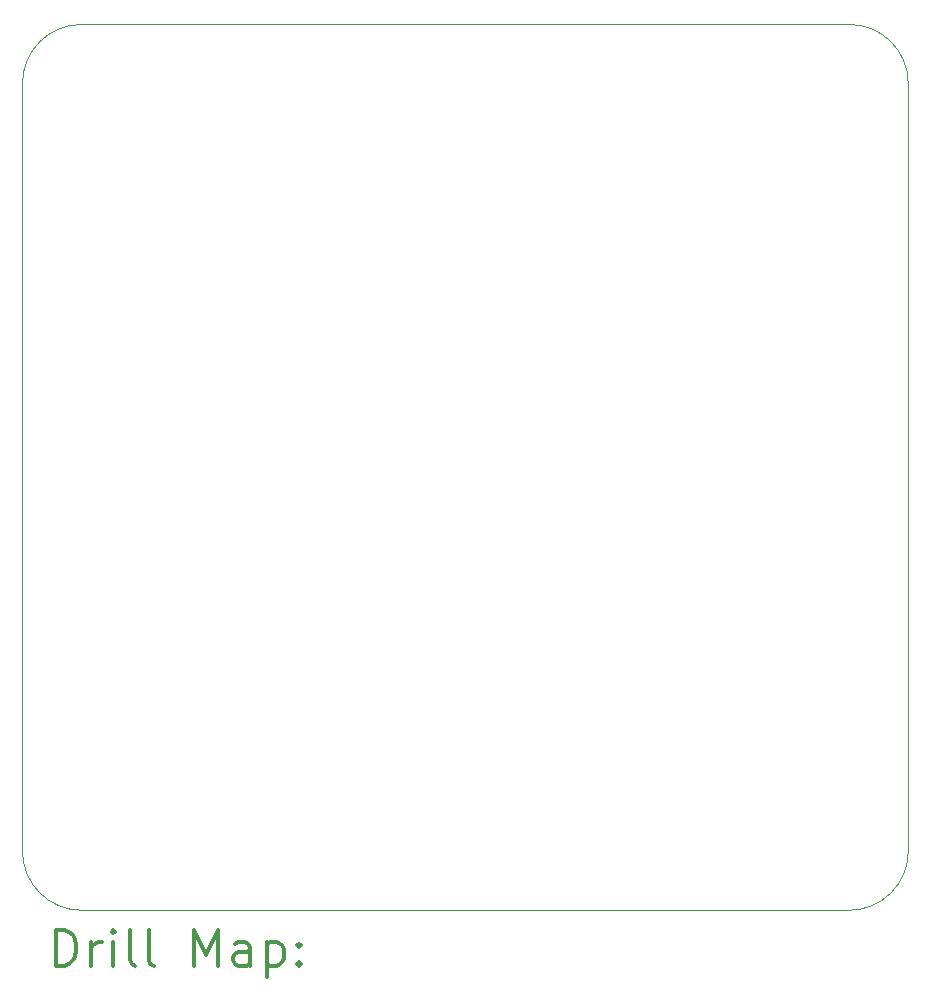
<source format=gbr>
%FSLAX45Y45*%
G04 Gerber Fmt 4.5, Leading zero omitted, Abs format (unit mm)*
G04 Created by KiCad (PCBNEW (5.1.4)-1) date 2020-03-13 16:18:48*
%MOMM*%
%LPD*%
G04 APERTURE LIST*
%ADD10C,0.050000*%
%ADD11C,0.200000*%
%ADD12C,0.300000*%
G04 APERTURE END LIST*
D10*
X10000000Y-10000000D02*
X3500000Y-10000000D01*
X3000000Y-3000000D02*
X3000000Y-9500000D01*
X10000000Y-2500000D02*
X3500000Y-2500000D01*
X10500000Y-9500000D02*
X10500000Y-3000000D01*
X3500000Y-10000000D02*
G75*
G02X3000000Y-9500000I0J500000D01*
G01*
X10500000Y-9500000D02*
G75*
G02X10000000Y-10000000I-500000J0D01*
G01*
X10000000Y-2500000D02*
G75*
G02X10500000Y-3000000I0J-500000D01*
G01*
X3000000Y-3000000D02*
G75*
G02X3500000Y-2500000I500000J0D01*
G01*
D11*
D12*
X3283928Y-10468214D02*
X3283928Y-10168214D01*
X3355357Y-10168214D01*
X3398214Y-10182500D01*
X3426786Y-10211072D01*
X3441071Y-10239643D01*
X3455357Y-10296786D01*
X3455357Y-10339643D01*
X3441071Y-10396786D01*
X3426786Y-10425357D01*
X3398214Y-10453929D01*
X3355357Y-10468214D01*
X3283928Y-10468214D01*
X3583928Y-10468214D02*
X3583928Y-10268214D01*
X3583928Y-10325357D02*
X3598214Y-10296786D01*
X3612500Y-10282500D01*
X3641071Y-10268214D01*
X3669643Y-10268214D01*
X3769643Y-10468214D02*
X3769643Y-10268214D01*
X3769643Y-10168214D02*
X3755357Y-10182500D01*
X3769643Y-10196786D01*
X3783928Y-10182500D01*
X3769643Y-10168214D01*
X3769643Y-10196786D01*
X3955357Y-10468214D02*
X3926786Y-10453929D01*
X3912500Y-10425357D01*
X3912500Y-10168214D01*
X4112500Y-10468214D02*
X4083928Y-10453929D01*
X4069643Y-10425357D01*
X4069643Y-10168214D01*
X4455357Y-10468214D02*
X4455357Y-10168214D01*
X4555357Y-10382500D01*
X4655357Y-10168214D01*
X4655357Y-10468214D01*
X4926786Y-10468214D02*
X4926786Y-10311072D01*
X4912500Y-10282500D01*
X4883928Y-10268214D01*
X4826786Y-10268214D01*
X4798214Y-10282500D01*
X4926786Y-10453929D02*
X4898214Y-10468214D01*
X4826786Y-10468214D01*
X4798214Y-10453929D01*
X4783928Y-10425357D01*
X4783928Y-10396786D01*
X4798214Y-10368214D01*
X4826786Y-10353929D01*
X4898214Y-10353929D01*
X4926786Y-10339643D01*
X5069643Y-10268214D02*
X5069643Y-10568214D01*
X5069643Y-10282500D02*
X5098214Y-10268214D01*
X5155357Y-10268214D01*
X5183928Y-10282500D01*
X5198214Y-10296786D01*
X5212500Y-10325357D01*
X5212500Y-10411072D01*
X5198214Y-10439643D01*
X5183928Y-10453929D01*
X5155357Y-10468214D01*
X5098214Y-10468214D01*
X5069643Y-10453929D01*
X5341071Y-10439643D02*
X5355357Y-10453929D01*
X5341071Y-10468214D01*
X5326786Y-10453929D01*
X5341071Y-10439643D01*
X5341071Y-10468214D01*
X5341071Y-10282500D02*
X5355357Y-10296786D01*
X5341071Y-10311072D01*
X5326786Y-10296786D01*
X5341071Y-10282500D01*
X5341071Y-10311072D01*
M02*

</source>
